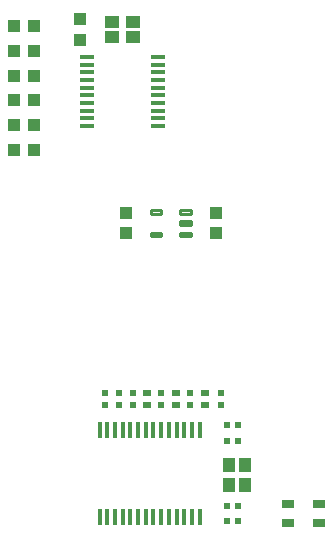
<source format=gbr>
G04 EAGLE Gerber RS-274X export*
G75*
%MOMM*%
%FSLAX34Y34*%
%LPD*%
%INSolderpaste Bottom*%
%IPPOS*%
%AMOC8*
5,1,8,0,0,1.08239X$1,22.5*%
G01*
G04 Define Apertures*
%ADD10R,1.100000X1.000000*%
%ADD11R,1.000000X1.100000*%
%ADD12R,0.629100X0.560000*%
%ADD13R,0.560000X0.629100*%
%ADD14R,1.200000X0.350000*%
%ADD15R,0.348000X1.397000*%
%ADD16R,1.200000X1.000000*%
%ADD17R,1.000000X1.200000*%
%ADD18R,0.644000X0.535100*%
%ADD19C,0.295000*%
%ADD20R,0.973900X0.798700*%
D10*
X67500Y440000D03*
X84500Y440000D03*
D11*
X162000Y302500D03*
X162000Y285500D03*
D10*
X67500Y461000D03*
X84500Y461000D03*
D12*
X168000Y149846D03*
X168000Y140154D03*
X192000Y149846D03*
X192000Y140154D03*
D11*
X238000Y285500D03*
X238000Y302500D03*
D12*
X156000Y149846D03*
X156000Y140154D03*
X216000Y149846D03*
X216000Y140154D03*
X242000Y149846D03*
X242000Y140154D03*
D13*
X247154Y110000D03*
X256846Y110000D03*
X247154Y42000D03*
X256846Y42000D03*
D12*
X144000Y140154D03*
X144000Y149846D03*
D13*
X247154Y123000D03*
X256846Y123000D03*
X247154Y55000D03*
X256846Y55000D03*
D11*
X123000Y449500D03*
X123000Y466500D03*
D10*
X84500Y419000D03*
X67500Y419000D03*
X84500Y377000D03*
X67500Y377000D03*
X84500Y398000D03*
X67500Y398000D03*
D14*
X129300Y376250D03*
X129300Y382750D03*
X129300Y389250D03*
X129300Y395750D03*
X129300Y402250D03*
X129300Y408750D03*
X129300Y415250D03*
X129300Y421750D03*
X129300Y428250D03*
X129300Y434750D03*
X188700Y434750D03*
X188700Y428250D03*
X188700Y421750D03*
X188700Y415250D03*
X188700Y408750D03*
X188700Y402250D03*
X188700Y395750D03*
X188700Y389250D03*
X188700Y382750D03*
X188700Y376250D03*
D15*
X224250Y118560D03*
X217750Y118560D03*
X211250Y118560D03*
X204750Y118560D03*
X198250Y118560D03*
X191750Y118560D03*
X185250Y118560D03*
X172250Y118560D03*
X178750Y118560D03*
X165750Y118560D03*
X159250Y118560D03*
X152750Y118560D03*
X146250Y118560D03*
X139750Y118560D03*
X224250Y45440D03*
X217750Y45440D03*
X211250Y45440D03*
X204750Y45440D03*
X198250Y45440D03*
X191750Y45440D03*
X185250Y45440D03*
X178750Y45440D03*
X172250Y45440D03*
X165750Y45440D03*
X159250Y45440D03*
X152750Y45440D03*
X146250Y45440D03*
X139750Y45440D03*
D16*
X150500Y464500D03*
X167500Y464500D03*
X167500Y451500D03*
X150500Y451500D03*
D17*
X262500Y89500D03*
X262500Y72500D03*
X249500Y72500D03*
X249500Y89500D03*
D11*
X84500Y356000D03*
X67500Y356000D03*
D18*
X180000Y139925D03*
X180000Y150075D03*
X204000Y139925D03*
X204000Y150075D03*
X229000Y150075D03*
X229000Y139925D03*
D19*
X217125Y304975D02*
X207975Y304975D01*
X217125Y304975D02*
X217125Y302025D01*
X207975Y302025D01*
X207975Y304975D01*
X207975Y304827D02*
X217125Y304827D01*
X217125Y295475D02*
X207975Y295475D01*
X217125Y295475D02*
X217125Y292525D01*
X207975Y292525D01*
X207975Y295475D01*
X207975Y295327D02*
X217125Y295327D01*
X217125Y285975D02*
X207975Y285975D01*
X217125Y285975D02*
X217125Y283025D01*
X207975Y283025D01*
X207975Y285975D01*
X207975Y285827D02*
X217125Y285827D01*
X192025Y285975D02*
X182875Y285975D01*
X192025Y285975D02*
X192025Y283025D01*
X182875Y283025D01*
X182875Y285975D01*
X182875Y285827D02*
X192025Y285827D01*
X192025Y304975D02*
X182875Y304975D01*
X192025Y304975D02*
X192025Y302025D01*
X182875Y302025D01*
X182875Y304975D01*
X182875Y304827D02*
X192025Y304827D01*
D20*
X299000Y56152D03*
X299000Y39848D03*
X325000Y56152D03*
X325000Y39848D03*
M02*

</source>
